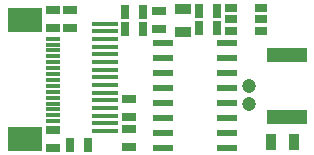
<source format=gtp>
G04 (created by PCBNEW (2013-mar-13)-stable) date Tue 09 Jun 2015 10:24:56 AM CEST*
%MOIN*%
G04 Gerber Fmt 3.4, Leading zero omitted, Abs format*
%FSLAX34Y34*%
G01*
G70*
G90*
G04 APERTURE LIST*
%ADD10C,0.005906*%
%ADD11R,0.086614X0.015748*%
%ADD12R,0.118110X0.078740*%
%ADD13R,0.049213X0.011811*%
%ADD14R,0.045000X0.025000*%
%ADD15R,0.055000X0.035000*%
%ADD16R,0.035000X0.055000*%
%ADD17R,0.025000X0.045000*%
%ADD18R,0.070866X0.023622*%
%ADD19R,0.039400X0.027600*%
%ADD20R,0.133858X0.051181*%
%ADD21C,0.047200*%
G04 APERTURE END LIST*
G54D10*
G54D11*
X54875Y-43523D03*
X54875Y-43267D03*
X54875Y-43011D03*
X54875Y-42755D03*
X54875Y-42500D03*
X54875Y-42244D03*
X54875Y-41988D03*
X54875Y-41732D03*
X54875Y-41476D03*
X54875Y-41220D03*
X54875Y-40964D03*
X54875Y-40708D03*
X54875Y-40452D03*
X54875Y-40196D03*
X54875Y-39940D03*
G54D12*
X52220Y-39835D03*
X52220Y-43804D03*
G54D13*
X53135Y-43197D03*
X53135Y-43001D03*
X53135Y-42804D03*
X53135Y-42607D03*
X53135Y-42410D03*
X53135Y-42213D03*
X53135Y-42016D03*
X53135Y-41820D03*
X53135Y-41623D03*
X53135Y-41426D03*
X53135Y-41229D03*
X53135Y-41032D03*
X53135Y-40835D03*
X53135Y-40638D03*
X53135Y-40442D03*
G54D14*
X55674Y-43054D03*
X55674Y-42454D03*
X55672Y-44066D03*
X55672Y-43466D03*
G54D15*
X57482Y-40209D03*
X57482Y-39459D03*
G54D16*
X61171Y-43884D03*
X60421Y-43884D03*
G54D17*
X58604Y-40080D03*
X58004Y-40080D03*
X58604Y-39510D03*
X58004Y-39510D03*
G54D18*
X56815Y-40580D03*
X56815Y-41080D03*
X56815Y-41580D03*
X56815Y-42080D03*
X56815Y-42580D03*
X56815Y-43080D03*
X56815Y-43580D03*
X56815Y-44080D03*
X58940Y-44080D03*
X58940Y-43580D03*
X58940Y-43080D03*
X58940Y-42580D03*
X58940Y-42080D03*
X58940Y-41580D03*
X58940Y-41080D03*
X58940Y-40580D03*
G54D19*
X59066Y-40173D03*
X59066Y-39798D03*
X59066Y-39423D03*
X60066Y-39423D03*
X60066Y-39798D03*
X60066Y-40173D03*
G54D20*
X60942Y-43059D03*
X60942Y-40972D03*
G54D17*
X55560Y-39540D03*
X56160Y-39540D03*
X55560Y-40114D03*
X56160Y-40114D03*
G54D14*
X56686Y-40134D03*
X56686Y-39534D03*
X53156Y-40104D03*
X53156Y-39504D03*
G54D17*
X53726Y-43972D03*
X54326Y-43972D03*
G54D14*
X53156Y-43472D03*
X53156Y-44072D03*
X53726Y-40104D03*
X53726Y-39504D03*
G54D21*
X59674Y-42034D03*
X59674Y-42626D03*
M02*

</source>
